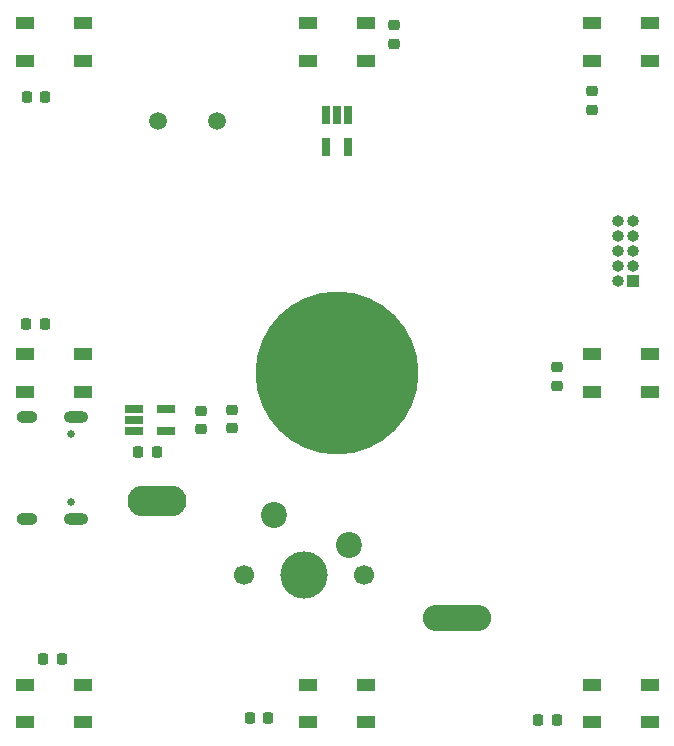
<source format=gbr>
%TF.GenerationSoftware,KiCad,Pcbnew,5.99.0-912657dd23-1*%
%TF.CreationDate,2021-04-24T23:07:37+00:00*%
%TF.ProjectId,bigbutton,62696762-7574-4746-9f6e-2e6b69636164,rev?*%
%TF.SameCoordinates,Original*%
%TF.FileFunction,Soldermask,Bot*%
%TF.FilePolarity,Negative*%
%FSLAX46Y46*%
G04 Gerber Fmt 4.6, Leading zero omitted, Abs format (unit mm)*
G04 Created by KiCad (PCBNEW 5.99.0-912657dd23-1) date 2021-04-24 23:07:37*
%MOMM*%
%LPD*%
G01*
G04 APERTURE LIST*
G04 Aperture macros list*
%AMRoundRect*
0 Rectangle with rounded corners*
0 $1 Rounding radius*
0 $2 $3 $4 $5 $6 $7 $8 $9 X,Y pos of 4 corners*
0 Add a 4 corners polygon primitive as box body*
4,1,4,$2,$3,$4,$5,$6,$7,$8,$9,$2,$3,0*
0 Add four circle primitives for the rounded corners*
1,1,$1+$1,$2,$3,0*
1,1,$1+$1,$4,$5,0*
1,1,$1+$1,$6,$7,0*
1,1,$1+$1,$8,$9,0*
0 Add four rect primitives between the rounded corners*
20,1,$1+$1,$2,$3,$4,$5,0*
20,1,$1+$1,$4,$5,$6,$7,0*
20,1,$1+$1,$6,$7,$8,$9,0*
20,1,$1+$1,$8,$9,$2,$3,0*%
G04 Aperture macros list end*
%ADD10C,1.500000*%
%ADD11C,0.650000*%
%ADD12O,2.100000X1.000000*%
%ADD13O,1.800000X1.000000*%
%ADD14R,1.000000X1.000000*%
%ADD15O,1.000000X1.000000*%
%ADD16RoundRect,0.218750X0.256250X-0.218750X0.256250X0.218750X-0.256250X0.218750X-0.256250X-0.218750X0*%
%ADD17RoundRect,0.218750X-0.256250X0.218750X-0.256250X-0.218750X0.256250X-0.218750X0.256250X0.218750X0*%
%ADD18RoundRect,0.218750X-0.218750X-0.256250X0.218750X-0.256250X0.218750X0.256250X-0.218750X0.256250X0*%
%ADD19RoundRect,0.218750X0.218750X0.256250X-0.218750X0.256250X-0.218750X-0.256250X0.218750X-0.256250X0*%
%ADD20R,1.500000X1.000000*%
%ADD21C,4.000000*%
%ADD22C,1.700000*%
%ADD23C,2.200000*%
%ADD24R,0.650000X1.560000*%
%ADD25R,1.560000X0.650000*%
%ADD26C,13.800000*%
%ADD27O,5.800000X2.200000*%
%ADD28O,5.000000X2.600000*%
G04 APERTURE END LIST*
D10*
%TO.C,X1*%
X89789000Y-83700000D03*
X94789000Y-83700000D03*
%TD*%
D11*
%TO.C,J2*%
X82411800Y-115945400D03*
X82411800Y-110165400D03*
D12*
X82911800Y-117375400D03*
X82911800Y-108735400D03*
D13*
X78761800Y-108735400D03*
X78761800Y-117375400D03*
%TD*%
D14*
%TO.C,J1*%
X129997200Y-97256600D03*
D15*
X128727200Y-97256600D03*
X129997200Y-95986600D03*
X128727200Y-95986600D03*
X129997200Y-94716600D03*
X128727200Y-94716600D03*
X129997200Y-93446600D03*
X128727200Y-93446600D03*
X129997200Y-92176600D03*
X128727200Y-92176600D03*
%TD*%
D16*
%TO.C,C4*%
X93472000Y-109778900D03*
X93472000Y-108203900D03*
%TD*%
D17*
%TO.C,C12*%
X109804200Y-75553500D03*
X109804200Y-77128500D03*
%TD*%
D18*
%TO.C,C13*%
X78689100Y-81686400D03*
X80264100Y-81686400D03*
%TD*%
%TO.C,C14*%
X78638300Y-100838000D03*
X80213300Y-100838000D03*
%TD*%
D19*
%TO.C,C16*%
X99161700Y-134239000D03*
X97586700Y-134239000D03*
%TD*%
%TO.C,C17*%
X123596500Y-134416800D03*
X122021500Y-134416800D03*
%TD*%
D16*
%TO.C,C18*%
X123596400Y-106121300D03*
X123596400Y-104546300D03*
%TD*%
D17*
%TO.C,C19*%
X126542800Y-81166900D03*
X126542800Y-82741900D03*
%TD*%
D18*
%TO.C,C20*%
X88163300Y-111734600D03*
X89738300Y-111734600D03*
%TD*%
D20*
%TO.C,D2*%
X78550000Y-78600000D03*
X78550000Y-75400000D03*
X83450000Y-75400000D03*
X83450000Y-78600000D03*
%TD*%
%TO.C,D3*%
X78550000Y-106600000D03*
X78550000Y-103400000D03*
X83450000Y-103400000D03*
X83450000Y-106600000D03*
%TD*%
%TO.C,D4*%
X78550000Y-134600000D03*
X78550000Y-131400000D03*
X83450000Y-131400000D03*
X83450000Y-134600000D03*
%TD*%
%TO.C,D5*%
X102550000Y-134600000D03*
X102550000Y-131400000D03*
X107450000Y-131400000D03*
X107450000Y-134600000D03*
%TD*%
%TO.C,D6*%
X126550000Y-134600000D03*
X126550000Y-131400000D03*
X131450000Y-131400000D03*
X131450000Y-134600000D03*
%TD*%
%TO.C,D7*%
X126550000Y-106600000D03*
X126550000Y-103400000D03*
X131450000Y-103400000D03*
X131450000Y-106600000D03*
%TD*%
%TO.C,D8*%
X126550000Y-78600000D03*
X126550000Y-75400000D03*
X131450000Y-75400000D03*
X131450000Y-78600000D03*
%TD*%
D18*
%TO.C,C15*%
X80111500Y-129235200D03*
X81686500Y-129235200D03*
%TD*%
D21*
%TO.C,SW2*%
X102184200Y-122123200D03*
D22*
X97104200Y-122123200D03*
X107264200Y-122123200D03*
D23*
X99644200Y-117043200D03*
X105994200Y-119583200D03*
%TD*%
D20*
%TO.C,D1*%
X102550000Y-78600000D03*
X102550000Y-75400000D03*
X107450000Y-75400000D03*
X107450000Y-78600000D03*
%TD*%
D24*
%TO.C,U4*%
X104002800Y-83206600D03*
X104952800Y-83206600D03*
X105902800Y-83206600D03*
X105902800Y-85906600D03*
X104002800Y-85906600D03*
%TD*%
D25*
%TO.C,U5*%
X87804000Y-109941400D03*
X87804000Y-108991400D03*
X87804000Y-108041400D03*
X90504000Y-108041400D03*
X90504000Y-109941400D03*
%TD*%
D16*
%TO.C,C21*%
X96088200Y-109702700D03*
X96088200Y-108127700D03*
%TD*%
D26*
%TO.C,SW3*%
X105000000Y-105000000D03*
D27*
X115160000Y-125740000D03*
D28*
X89760000Y-115850000D03*
%TD*%
M02*

</source>
